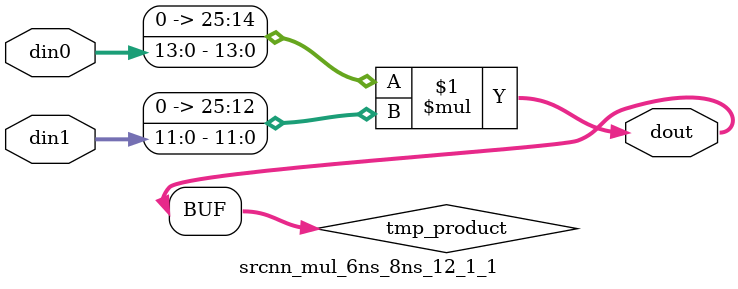
<source format=v>

`timescale 1 ns / 1 ps

  module srcnn_mul_6ns_8ns_12_1_1(din0, din1, dout);
parameter ID = 1;
parameter NUM_STAGE = 0;
parameter din0_WIDTH = 14;
parameter din1_WIDTH = 12;
parameter dout_WIDTH = 26;

input [din0_WIDTH - 1 : 0] din0; 
input [din1_WIDTH - 1 : 0] din1; 
output [dout_WIDTH - 1 : 0] dout;

wire signed [dout_WIDTH - 1 : 0] tmp_product;










assign tmp_product = $signed({1'b0, din0}) * $signed({1'b0, din1});











assign dout = tmp_product;







endmodule

</source>
